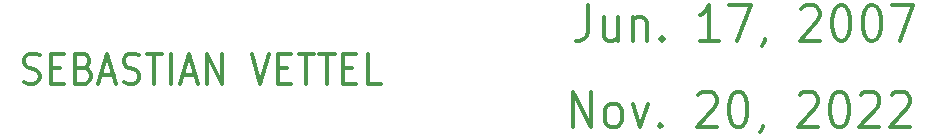
<source format=gbr>
%TF.GenerationSoftware,KiCad,Pcbnew,(6.0.8)*%
%TF.CreationDate,2022-10-31T00:07:24-07:00*%
%TF.ProjectId,f1_plate2,66315f70-6c61-4746-9532-2e6b69636164,rev?*%
%TF.SameCoordinates,Original*%
%TF.FileFunction,OtherDrawing,Comment*%
%FSLAX46Y46*%
G04 Gerber Fmt 4.6, Leading zero omitted, Abs format (unit mm)*
G04 Created by KiCad (PCBNEW (6.0.8)) date 2022-10-31 00:07:24*
%MOMM*%
%LPD*%
G01*
G04 APERTURE LIST*
%ADD10C,0.378446*%
%ADD11C,0.315372*%
G04 APERTURE END LIST*
D10*
X74046798Y-181074073D02*
X74046798Y-178046500D01*
X75603836Y-181074073D01*
X75603836Y-178046500D01*
X77290627Y-181074073D02*
X77031120Y-180929903D01*
X76901367Y-180785733D01*
X76771614Y-180497393D01*
X76771614Y-179632372D01*
X76901367Y-179344032D01*
X77031120Y-179199862D01*
X77290627Y-179055691D01*
X77679886Y-179055691D01*
X77939392Y-179199862D01*
X78069146Y-179344032D01*
X78198899Y-179632372D01*
X78198899Y-180497393D01*
X78069146Y-180785733D01*
X77939392Y-180929903D01*
X77679886Y-181074073D01*
X77290627Y-181074073D01*
X79107171Y-179055691D02*
X79755936Y-181074073D01*
X80404702Y-179055691D01*
X81442727Y-180785733D02*
X81572480Y-180929903D01*
X81442727Y-181074073D01*
X81312974Y-180929903D01*
X81442727Y-180785733D01*
X81442727Y-181074073D01*
X84686556Y-178334841D02*
X84816309Y-178190671D01*
X85075815Y-178046500D01*
X85724581Y-178046500D01*
X85984087Y-178190671D01*
X86113840Y-178334841D01*
X86243594Y-178623181D01*
X86243594Y-178911521D01*
X86113840Y-179344032D01*
X84556803Y-181074073D01*
X86243594Y-181074073D01*
X87930384Y-178046500D02*
X88189891Y-178046500D01*
X88449397Y-178190671D01*
X88579150Y-178334841D01*
X88708903Y-178623181D01*
X88838656Y-179199862D01*
X88838656Y-179920712D01*
X88708903Y-180497393D01*
X88579150Y-180785733D01*
X88449397Y-180929903D01*
X88189891Y-181074073D01*
X87930384Y-181074073D01*
X87670878Y-180929903D01*
X87541125Y-180785733D01*
X87411372Y-180497393D01*
X87281619Y-179920712D01*
X87281619Y-179199862D01*
X87411372Y-178623181D01*
X87541125Y-178334841D01*
X87670878Y-178190671D01*
X87930384Y-178046500D01*
X90136188Y-180929903D02*
X90136188Y-181074073D01*
X90006435Y-181362414D01*
X89876682Y-181506584D01*
X93250263Y-178334841D02*
X93380016Y-178190671D01*
X93639523Y-178046500D01*
X94288288Y-178046500D01*
X94547795Y-178190671D01*
X94677548Y-178334841D01*
X94807301Y-178623181D01*
X94807301Y-178911521D01*
X94677548Y-179344032D01*
X93120510Y-181074073D01*
X94807301Y-181074073D01*
X96494092Y-178046500D02*
X96753598Y-178046500D01*
X97013104Y-178190671D01*
X97142858Y-178334841D01*
X97272611Y-178623181D01*
X97402364Y-179199862D01*
X97402364Y-179920712D01*
X97272611Y-180497393D01*
X97142858Y-180785733D01*
X97013104Y-180929903D01*
X96753598Y-181074073D01*
X96494092Y-181074073D01*
X96234586Y-180929903D01*
X96104832Y-180785733D01*
X95975079Y-180497393D01*
X95845326Y-179920712D01*
X95845326Y-179199862D01*
X95975079Y-178623181D01*
X96104832Y-178334841D01*
X96234586Y-178190671D01*
X96494092Y-178046500D01*
X98440389Y-178334841D02*
X98570142Y-178190671D01*
X98829648Y-178046500D01*
X99478414Y-178046500D01*
X99737920Y-178190671D01*
X99867674Y-178334841D01*
X99997427Y-178623181D01*
X99997427Y-178911521D01*
X99867674Y-179344032D01*
X98310636Y-181074073D01*
X99997427Y-181074073D01*
X101035452Y-178334841D02*
X101165205Y-178190671D01*
X101424711Y-178046500D01*
X102073477Y-178046500D01*
X102332983Y-178190671D01*
X102462736Y-178334841D01*
X102592490Y-178623181D01*
X102592490Y-178911521D01*
X102462736Y-179344032D01*
X100905699Y-181074073D01*
X102592490Y-181074073D01*
X75373485Y-170726350D02*
X75373485Y-172888903D01*
X75243732Y-173321413D01*
X74984226Y-173609753D01*
X74594966Y-173753923D01*
X74335460Y-173753923D01*
X77838795Y-171735541D02*
X77838795Y-173753923D01*
X76671016Y-171735541D02*
X76671016Y-173321413D01*
X76800770Y-173609753D01*
X77060276Y-173753923D01*
X77449535Y-173753923D01*
X77709042Y-173609753D01*
X77838795Y-173465583D01*
X79136326Y-171735541D02*
X79136326Y-173753923D01*
X79136326Y-172023882D02*
X79266079Y-171879712D01*
X79525586Y-171735541D01*
X79914845Y-171735541D01*
X80174351Y-171879712D01*
X80304104Y-172168052D01*
X80304104Y-173753923D01*
X81601636Y-173465583D02*
X81731389Y-173609753D01*
X81601636Y-173753923D01*
X81471883Y-173609753D01*
X81601636Y-173465583D01*
X81601636Y-173753923D01*
X86402502Y-173753923D02*
X84845464Y-173753923D01*
X85623983Y-173753923D02*
X85623983Y-170726350D01*
X85364477Y-171158861D01*
X85104971Y-171447201D01*
X84845464Y-171591371D01*
X87310774Y-170726350D02*
X89127318Y-170726350D01*
X87959540Y-173753923D01*
X90295096Y-173609753D02*
X90295096Y-173753923D01*
X90165343Y-174042264D01*
X90035590Y-174186434D01*
X93409172Y-171014691D02*
X93538925Y-170870521D01*
X93798431Y-170726350D01*
X94447197Y-170726350D01*
X94706703Y-170870521D01*
X94836456Y-171014691D01*
X94966210Y-171303031D01*
X94966210Y-171591371D01*
X94836456Y-172023882D01*
X93279419Y-173753923D01*
X94966210Y-173753923D01*
X96653000Y-170726350D02*
X96912507Y-170726350D01*
X97172013Y-170870521D01*
X97301766Y-171014691D01*
X97431519Y-171303031D01*
X97561272Y-171879712D01*
X97561272Y-172600562D01*
X97431519Y-173177243D01*
X97301766Y-173465583D01*
X97172013Y-173609753D01*
X96912507Y-173753923D01*
X96653000Y-173753923D01*
X96393494Y-173609753D01*
X96263741Y-173465583D01*
X96133988Y-173177243D01*
X96004235Y-172600562D01*
X96004235Y-171879712D01*
X96133988Y-171303031D01*
X96263741Y-171014691D01*
X96393494Y-170870521D01*
X96653000Y-170726350D01*
X99248063Y-170726350D02*
X99507570Y-170726350D01*
X99767076Y-170870521D01*
X99896829Y-171014691D01*
X100026582Y-171303031D01*
X100156335Y-171879712D01*
X100156335Y-172600562D01*
X100026582Y-173177243D01*
X99896829Y-173465583D01*
X99767076Y-173609753D01*
X99507570Y-173753923D01*
X99248063Y-173753923D01*
X98988557Y-173609753D01*
X98858804Y-173465583D01*
X98729051Y-173177243D01*
X98599298Y-172600562D01*
X98599298Y-171879712D01*
X98729051Y-171303031D01*
X98858804Y-171014691D01*
X98988557Y-170870521D01*
X99248063Y-170726350D01*
X101064607Y-170726350D02*
X102881151Y-170726350D01*
X101713373Y-173753923D01*
D11*
X27602377Y-177247597D02*
X27926760Y-177367739D01*
X28467398Y-177367739D01*
X28683653Y-177247597D01*
X28791781Y-177127455D01*
X28899908Y-176887172D01*
X28899908Y-176646888D01*
X28791781Y-176406605D01*
X28683653Y-176286463D01*
X28467398Y-176166321D01*
X28034887Y-176046179D01*
X27818632Y-175926038D01*
X27710504Y-175805896D01*
X27602377Y-175565612D01*
X27602377Y-175325329D01*
X27710504Y-175085045D01*
X27818632Y-174964904D01*
X28034887Y-174844762D01*
X28575525Y-174844762D01*
X28899908Y-174964904D01*
X29873057Y-176046179D02*
X30629950Y-176046179D01*
X30954333Y-177367739D02*
X29873057Y-177367739D01*
X29873057Y-174844762D01*
X30954333Y-174844762D01*
X32684375Y-176046179D02*
X33008758Y-176166321D01*
X33116885Y-176286463D01*
X33225013Y-176526746D01*
X33225013Y-176887172D01*
X33116885Y-177127455D01*
X33008758Y-177247597D01*
X32792502Y-177367739D01*
X31927482Y-177367739D01*
X31927482Y-174844762D01*
X32684375Y-174844762D01*
X32900630Y-174964904D01*
X33008758Y-175085045D01*
X33116885Y-175325329D01*
X33116885Y-175565612D01*
X33008758Y-175805896D01*
X32900630Y-175926038D01*
X32684375Y-176046179D01*
X31927482Y-176046179D01*
X34090034Y-176646888D02*
X35171310Y-176646888D01*
X33873779Y-177367739D02*
X34630672Y-174844762D01*
X35387565Y-177367739D01*
X36036331Y-177247597D02*
X36360714Y-177367739D01*
X36901352Y-177367739D01*
X37117607Y-177247597D01*
X37225735Y-177127455D01*
X37333862Y-176887172D01*
X37333862Y-176646888D01*
X37225735Y-176406605D01*
X37117607Y-176286463D01*
X36901352Y-176166321D01*
X36468842Y-176046179D01*
X36252586Y-175926038D01*
X36144459Y-175805896D01*
X36036331Y-175565612D01*
X36036331Y-175325329D01*
X36144459Y-175085045D01*
X36252586Y-174964904D01*
X36468842Y-174844762D01*
X37009480Y-174844762D01*
X37333862Y-174964904D01*
X37982628Y-174844762D02*
X39280160Y-174844762D01*
X38631394Y-177367739D02*
X38631394Y-174844762D01*
X40037053Y-177367739D02*
X40037053Y-174844762D01*
X41010202Y-176646888D02*
X42091478Y-176646888D01*
X40793946Y-177367739D02*
X41550840Y-174844762D01*
X42307733Y-177367739D01*
X43064626Y-177367739D02*
X43064626Y-174844762D01*
X44362158Y-177367739D01*
X44362158Y-174844762D01*
X46849093Y-174844762D02*
X47605986Y-177367739D01*
X48362880Y-174844762D01*
X49119773Y-176046179D02*
X49876666Y-176046179D01*
X50201049Y-177367739D02*
X49119773Y-177367739D01*
X49119773Y-174844762D01*
X50201049Y-174844762D01*
X50849815Y-174844762D02*
X52147346Y-174844762D01*
X51498581Y-177367739D02*
X51498581Y-174844762D01*
X52579857Y-174844762D02*
X53877388Y-174844762D01*
X53228622Y-177367739D02*
X53228622Y-174844762D01*
X54634282Y-176046179D02*
X55391175Y-176046179D01*
X55715558Y-177367739D02*
X54634282Y-177367739D01*
X54634282Y-174844762D01*
X55715558Y-174844762D01*
X57769982Y-177367739D02*
X56688706Y-177367739D01*
X56688706Y-174844762D01*
M02*

</source>
